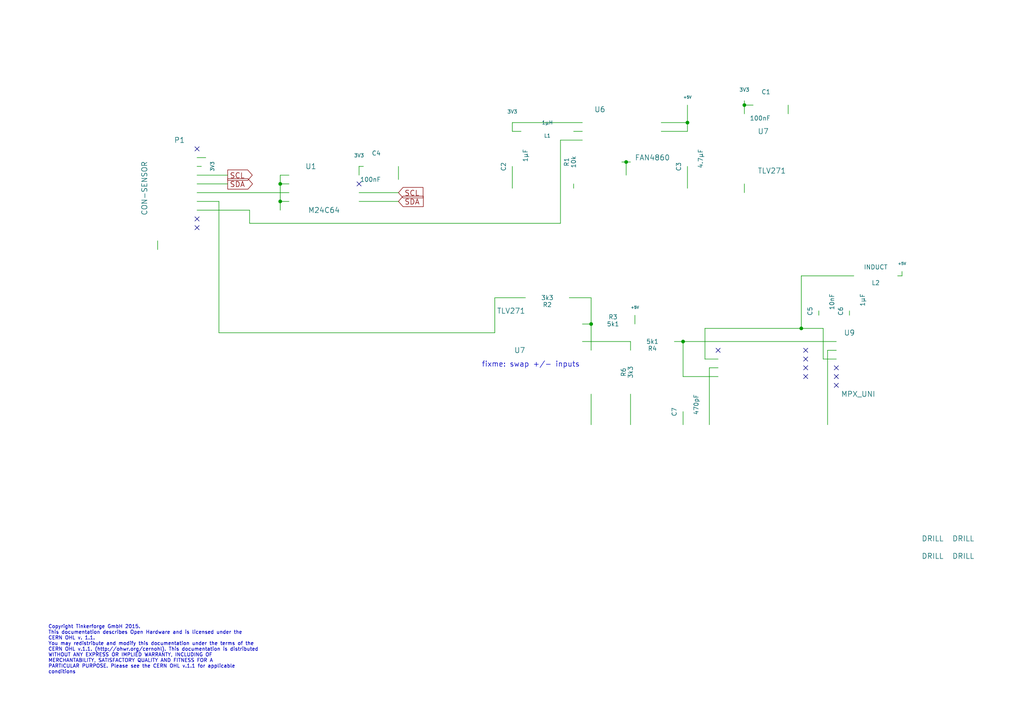
<source format=kicad_sch>
(kicad_sch (version 20230121) (generator eeschema)
  (paper "A4")
  (title_block (title "RGB LED Bricklet") (date "Mi 18 Nov 2015") (rev "1.0") (company "Tinkerforge GmbH") (comment 1 "Licensed under CERN OHL v.1.1") (comment 2 "Copyright (©) 2015, B.Nordmeyer <bastian@tinkerforge.com>"))
  (lib_symbols)
  (junction (at 215.9 30.48))
  (junction (at 181.61 46.99))
  (junction (at 198.12 99.06))
  (junction (at 171.45 93.98))
  (junction (at 199.39 35.56))
  (junction (at 81.28 53.34))
  (junction (at 232.41 95.25))
  (junction (at 81.28 58.42))
  (no_connect (at 242.57 111.76))
  (no_connect (at 233.68 106.68))
  (no_connect (at 57.15 63.5))
  (no_connect (at 57.15 43.18))
  (no_connect (at 57.15 66.04))
  (no_connect (at 233.68 104.14))
  (no_connect (at 233.68 101.6))
  (no_connect (at 242.57 106.68))
  (no_connect (at 242.57 109.22))
  (no_connect (at 233.68 109.22))
  (no_connect (at 208.28 101.6))
  (no_connect (at 104.14 53.34))
  (wire (pts (xy 81.28 50.8) (xy 81.28 53.34)))
  (wire (pts (xy 104.14 58.42) (xy 115.57 58.42)))
  (wire (pts (xy 81.28 58.42) (xy 81.28 60.96)))
  (wire (pts (xy 198.12 99.06) (xy 242.57 99.06)))
  (wire (pts (xy 104.14 50.8) (xy 104.14 48.26)))
  (wire (pts (xy 57.15 55.88) (xy 83.82 55.88)))
  (wire (pts (xy 171.45 86.36) (xy 171.45 93.98)))
  (wire (pts (xy 238.76 95.25) (xy 238.76 104.14)))
  (wire (pts (xy 180.34 46.99) (xy 181.61 46.99)))
  (wire (pts (xy 195.58 99.06) (xy 198.12 99.06)))
  (wire (pts (xy 72.39 64.77) (xy 72.39 60.96)))
  (wire (pts (xy 204.47 95.25) (xy 204.47 104.14)))
  (wire (pts (xy 72.39 60.96) (xy 57.15 60.96)))
  (wire (pts (xy 171.45 93.98) (xy 168.91 93.98)))
  (wire (pts (xy 204.47 104.14) (xy 208.28 104.14)))
  (wire (pts (xy 148.59 35.56) (xy 148.59 38.1)))
  (wire (pts (xy 181.61 46.99) (xy 181.61 50.8)))
  (wire (pts (xy 104.14 55.88) (xy 115.57 55.88)))
  (wire (pts (xy 232.41 95.25) (xy 238.76 95.25)))
  (wire (pts (xy 261.62 80.01) (xy 260.35 80.01)))
  (wire (pts (xy 104.14 48.26) (xy 105.41 48.26)))
  (wire (pts (xy 240.03 101.6) (xy 242.57 101.6)))
  (wire (pts (xy 205.74 123.19) (xy 205.74 106.68)))
  (wire (pts (xy 162.56 40.64) (xy 168.91 40.64)))
  (wire (pts (xy 199.39 35.56) (xy 199.39 30.48)))
  (wire (pts (xy 232.41 80.01) (xy 247.65 80.01)))
  (wire (pts (xy 205.74 106.68) (xy 208.28 106.68)))
  (wire (pts (xy 228.6 33.02) (xy 228.6 30.48)))
  (wire (pts (xy 198.12 123.19) (xy 198.12 119.38)))
  (wire (pts (xy 240.03 123.19) (xy 240.03 101.6)))
  (wire (pts (xy 115.57 52.07) (xy 115.57 48.26)))
  (wire (pts (xy 246.38 91.44) (xy 246.38 90.17)))
  (wire (pts (xy 237.49 91.44) (xy 237.49 90.17)))
  (wire (pts (xy 215.9 55.88) (xy 215.9 53.34)))
  (wire (pts (xy 57.15 50.8) (xy 66.04 50.8)))
  (wire (pts (xy 162.56 64.77) (xy 162.56 40.64)))
  (wire (pts (xy 143.51 86.36) (xy 143.51 96.52)))
  (wire (pts (xy 182.88 99.06) (xy 168.91 99.06)))
  (wire (pts (xy 152.4 86.36) (xy 143.51 86.36)))
  (wire (pts (xy 232.41 80.01) (xy 232.41 95.25)))
  (wire (pts (xy 57.15 48.26) (xy 58.42 48.26)))
  (wire (pts (xy 171.45 123.19) (xy 171.45 114.3)))
  (wire (pts (xy 238.76 104.14) (xy 242.57 104.14)))
  (wire (pts (xy 191.77 38.1) (xy 199.39 38.1)))
  (wire (pts (xy 81.28 53.34) (xy 83.82 53.34)))
  (wire (pts (xy 168.91 38.1) (xy 166.37 38.1)))
  (wire (pts (xy 199.39 38.1) (xy 199.39 35.56)))
  (wire (pts (xy 45.72 72.39) (xy 45.72 69.85)))
  (wire (pts (xy 215.9 29.21) (xy 215.9 30.48)))
  (wire (pts (xy 171.45 93.98) (xy 171.45 101.6)))
  (wire (pts (xy 199.39 54.61) (xy 199.39 48.26)))
  (wire (pts (xy 63.5 58.42) (xy 63.5 96.52)))
  (wire (pts (xy 198.12 109.22) (xy 208.28 109.22)))
  (wire (pts (xy 261.62 78.74) (xy 261.62 80.01)))
  (wire (pts (xy 83.82 58.42) (xy 81.28 58.42)))
  (wire (pts (xy 181.61 46.99) (xy 182.88 46.99)))
  (wire (pts (xy 166.37 54.61) (xy 166.37 53.34)))
  (wire (pts (xy 63.5 96.52) (xy 143.51 96.52)))
  (wire (pts (xy 72.39 64.77) (xy 162.56 64.77)))
  (wire (pts (xy 81.28 50.8) (xy 83.82 50.8)))
  (wire (pts (xy 191.77 35.56) (xy 199.39 35.56)))
  (wire (pts (xy 215.9 30.48) (xy 215.9 33.02)))
  (wire (pts (xy 198.12 99.06) (xy 198.12 109.22)))
  (wire (pts (xy 168.91 35.56) (xy 148.59 35.56)))
  (wire (pts (xy 182.88 123.19) (xy 182.88 114.3)))
  (wire (pts (xy 57.15 45.72) (xy 59.69 45.72)))
  (wire (pts (xy 204.47 95.25) (xy 232.41 95.25)))
  (wire (pts (xy 57.15 53.34) (xy 66.04 53.34)))
  (wire (pts (xy 182.88 99.06) (xy 182.88 101.6)))
  (wire (pts (xy 57.15 58.42) (xy 63.5 58.42)))
  (wire (pts (xy 81.28 53.34) (xy 81.28 58.42)))
  (wire (pts (xy 171.45 86.36) (xy 165.1 86.36)))
  (wire (pts (xy 148.59 38.1) (xy 151.13 38.1)))
  (wire (pts (xy 184.15 93.98) (xy 184.15 91.44)))
  (wire (pts (xy 148.59 54.61) (xy 148.59 48.26)))
  (wire (pts (xy 218.44 30.48) (xy 215.9 30.48)))
  (text "Copyright Tinkerforge GmbH 2015.\nThis documentation describes Open Hardware and is licensed under the\nCERN OHL v. 1.1.\nYou may redistribute and modify this documentation under the terms of the\nCERN OHL v.1.1. (http://ohwr.org/cernohl). This documentation is distributed\nWITHOUT ANY EXPRESS OR IMPLIED WARRANTY, INCLUDING OF\nMERCHANTABILITY, SATISFACTORY QUALITY AND FITNESS FOR A\nPARTICULAR PURPOSE. Please see the CERN OHL v.1.1 for applicable\nconditions\n" (at 13.97 195.58 0) (effects (font (size 1.016 1.016)) (justify left bottom)))
  (text "fixme: swap +/- inputs" (at 139.7 106.68 0) (effects (font (size 1.524 1.524)) (justify left bottom)))
  (global_label "SDA" (shape input) (at 115.57 58.42 0) (effects (font (size 1.524 1.524))) (property "Intersheetrefs" "${INTERSHEET_REFS}" (effects hide)))
  (global_label "SDA" (shape output) (at 66.04 53.34 0) (effects (font (size 1.524 1.524))) (property "Intersheetrefs" "${INTERSHEET_REFS}" (effects hide)))
  (global_label "SCL" (shape input) (at 115.57 55.88 0) (effects (font (size 1.524 1.524))) (property "Intersheetrefs" "${INTERSHEET_REFS}" (effects hide)))
  (global_label "SCL" (shape output) (at 66.04 50.8 0) (effects (font (size 1.524 1.524))) (property "Intersheetrefs" "${INTERSHEET_REFS}" (effects hide)))
  (symbol (lib_id "CON-SENSOR") (at 45.72 54.61 0) (mirror y) (unit 1)
    (property "Reference" "P1" (at 52.07 40.64 0) (effects (font (size 1.524 1.524))))
    (property "Value" "CON-SENSOR" (at 41.91 54.61 90) (effects (font (size 1.524 1.524))))
    (property "Footprint" "kicad-libraries:CON-SENSOR" (effects hide))
  )
  (symbol (lib_id "GND") (at 45.72 72.39 0) (unit 1)
    (property "Reference" "#PWR03" (effects hide))
    (property "Value" "GND" (effects hide))
  )
  (symbol (lib_id "CAT24C") (at 93.98 60.96 0) (unit 1)
    (property "Reference" "U1" (at 90.17 48.26 0) (effects (font (size 1.524 1.524))))
    (property "Value" "M24C64" (at 93.98 60.96 0) (effects (font (size 1.524 1.524))))
    (property "Footprint" "kicad-libraries:SOIC8" (effects hide))
  )
  (symbol (lib_id "GND") (at 81.28 60.96 0) (unit 1)
    (property "Reference" "#PWR02" (effects hide))
    (property "Value" "GND" (effects hide))
  )
  (symbol (lib_id "C") (at 110.49 48.26 90) (unit 1)
    (property "Reference" "C4" (at 110.49 44.45 90) (effects (justify left)))
    (property "Value" "100nF" (at 110.49 52.07 90) (effects (justify left)))
    (property "Footprint" "kicad-libraries:0603E" (effects hide))
  )
  (symbol (lib_id "DRILL") (at 279.4 156.21 0) (unit 1)
    (property "Reference" "U4" (effects hide))
    (property "Value" "DRILL" (at 279.4 156.21 0) (effects (font (size 1.524 1.524))))
    (property "Footprint" "kicad-libraries:DRILL_NP" (effects hide))
  )
  (symbol (lib_id "DRILL") (at 279.4 161.29 0) (unit 1)
    (property "Reference" "U5" (effects hide))
    (property "Value" "DRILL" (at 279.4 161.29 0) (effects (font (size 1.524 1.524))))
    (property "Footprint" "kicad-libraries:DRILL_NP" (effects hide))
  )
  (symbol (lib_id "DRILL") (at 270.51 161.29 0) (unit 1)
    (property "Reference" "U3" (effects hide))
    (property "Value" "DRILL" (at 270.51 161.29 0) (effects (font (size 1.524 1.524))))
    (property "Footprint" "kicad-libraries:DRILL_NP" (effects hide))
  )
  (symbol (lib_id "DRILL") (at 270.51 156.21 0) (unit 1)
    (property "Reference" "U2" (effects hide))
    (property "Value" "DRILL" (at 270.51 156.21 0) (effects (font (size 1.524 1.524))))
    (property "Footprint" "kicad-libraries:DRILL_NP" (effects hide))
  )
  (symbol (lib_id "GND") (at 115.57 52.07 0) (unit 1)
    (property "Reference" "#PWR01" (effects hide))
    (property "Value" "GND" (effects hide))
  )
  (symbol (lib_id "C") (at 148.59 43.18 180) (unit 1)
    (property "Reference" "C2" (at 146.05 46.99 90) (effects (justify left)))
    (property "Value" "1µF" (at 152.4 43.18 90) (effects (justify left)))
    (property "Footprint" "kicad-libraries:0603E" (effects hide))
  )
  (symbol (lib_id "3V3") (at 104.14 48.26 0) (unit 1)
    (property "Reference" "#PWR04" (effects hide))
    (property "Value" "3V3" (at 104.14 45.085 0) (effects (font (size 1.016 1.016))))
  )
  (symbol (lib_id "3V3") (at 58.42 48.26 270) (unit 1)
    (property "Reference" "#PWR05" (effects hide))
    (property "Value" "3V3" (at 61.595 48.26 0) (effects (font (size 1.016 1.016))))
  )
  (symbol (lib_id "MPX4115A-SOP") (at 220.98 105.41 0) (unit 1)
    (property "Reference" "U8" (at 217.17 99.06 0) (effects (font (size 1.524 1.524))))
    (property "Value" "MPX4115A-SOP" (at 220.98 111.76 0) (effects (font (size 1.524 1.524))))
    (property "Footprint" "kicad-libraries:SOP8" (effects hide))
  )
  (symbol (lib_id "MPX_UNI") (at 245.11 105.41 0) (unit 1)
    (property "Reference" "U9" (at 246.38 96.52 0) (effects (font (size 1.524 1.524))))
    (property "Value" "MPX_UNI" (at 248.92 114.3 0) (effects (font (size 1.524 1.524))))
    (property "Footprint" "kicad-libraries:MPX_UNI" (effects hide))
  )
  (symbol (lib_id "C") (at 237.49 85.09 180) (unit 1)
    (property "Reference" "C5" (at 234.95 88.9 90) (effects (justify left)))
    (property "Value" "10nF" (at 241.3 85.09 90) (effects (justify left)))
    (property "Footprint" "kicad-libraries:0603E" (effects hide))
  )
  (symbol (lib_id "C") (at 246.38 85.09 180) (unit 1)
    (property "Reference" "C6" (at 243.84 88.9 90) (effects (justify left)))
    (property "Value" "1µF" (at 250.19 85.09 90) (effects (justify left)))
    (property "Footprint" "kicad-libraries:0603E" (effects hide))
  )
  (symbol (lib_id "C") (at 198.12 114.3 180) (unit 1)
    (property "Reference" "C7" (at 195.58 118.11 90) (effects (justify left)))
    (property "Value" "470pF" (at 201.93 114.3 90) (effects (justify left)))
    (property "Footprint" "kicad-libraries:0603E" (effects hide))
  )
  (symbol (lib_id "GND") (at 198.12 123.19 0) (unit 1)
    (property "Reference" "#PWR06" (effects hide))
    (property "Value" "GND" (effects hide))
  )
  (symbol (lib_id "GND") (at 205.74 123.19 0) (unit 1)
    (property "Reference" "#PWR07" (effects hide))
    (property "Value" "GND" (effects hide))
  )
  (symbol (lib_id "GND") (at 240.03 123.19 0) (unit 1)
    (property "Reference" "#PWR08" (effects hide))
    (property "Value" "GND" (effects hide))
  )
  (symbol (lib_id "GND") (at 237.49 91.44 0) (unit 1)
    (property "Reference" "#PWR09" (effects hide))
    (property "Value" "GND" (effects hide))
  )
  (symbol (lib_id "GND") (at 246.38 91.44 0) (unit 1)
    (property "Reference" "#PWR010" (effects hide))
    (property "Value" "GND" (effects hide))
  )
  (symbol (lib_id "FAN4860") (at 180.34 38.1 0) (unit 1)
    (property "Reference" "U6" (at 173.99 31.75 0) (effects (font (size 1.524 1.524))))
    (property "Value" "FAN4860" (at 189.23 45.72 0) (effects (font (size 1.524 1.524))))
    (property "Footprint" "kicad-libraries:UMLP_22" (effects hide))
  )
  (symbol (lib_id "+5V") (at 199.39 30.48 0) (unit 1)
    (property "Reference" "#PWR011" (effects hide))
    (property "Value" "+5V" (at 199.39 28.194 0) (effects (font (size 0.762 0.762))))
  )
  (symbol (lib_id "+5V") (at 261.62 78.74 0) (unit 1)
    (property "Reference" "#PWR012" (effects hide))
    (property "Value" "+5V" (at 261.62 76.454 0) (effects (font (size 0.762 0.762))))
  )
  (symbol (lib_id "R") (at 189.23 99.06 270) (unit 1)
    (property "Reference" "R4" (at 189.23 101.092 90))
    (property "Value" "5k1" (at 189.23 99.06 90))
    (property "Footprint" "kicad-libraries:0603E" (effects hide))
  )
  (symbol (lib_id "R") (at 182.88 107.95 180) (unit 1)
    (property "Reference" "R6" (at 180.848 107.95 90))
    (property "Value" "3k3" (at 182.88 107.95 90))
    (property "Footprint" "kicad-libraries:0603E" (effects hide))
  )
  (symbol (lib_id "GND") (at 182.88 123.19 0) (unit 1)
    (property "Reference" "#PWR013" (effects hide))
    (property "Value" "GND" (effects hide))
  )
  (symbol (lib_id "R") (at 177.8 93.98 90) (unit 1)
    (property "Reference" "R3" (at 177.8 91.948 90))
    (property "Value" "5k1" (at 177.8 93.98 90))
    (property "Footprint" "kicad-libraries:0603E" (effects hide))
  )
  (symbol (lib_id "+5V") (at 184.15 91.44 0) (unit 1)
    (property "Reference" "#PWR014" (effects hide))
    (property "Value" "+5V" (at 184.15 89.154 0) (effects (font (size 0.762 0.762))))
  )
  (symbol (lib_id "R") (at 171.45 107.95 0) (unit 1)
    (property "Reference" "R5" (at 173.482 107.95 90))
    (property "Value" "DNP" (at 171.45 107.95 90))
    (property "Footprint" "kicad-libraries:0603E" (effects hide))
  )
  (symbol (lib_id "GND") (at 171.45 123.19 0) (unit 1)
    (property "Reference" "#PWR015" (effects hide))
    (property "Value" "GND" (effects hide))
  )
  (symbol (lib_id "R") (at 158.75 86.36 270) (unit 1)
    (property "Reference" "R2" (at 158.75 88.392 90))
    (property "Value" "3k3" (at 158.75 86.36 90))
    (property "Footprint" "kicad-libraries:0603E" (effects hide))
  )
  (symbol (lib_id "C") (at 223.52 30.48 90) (unit 1)
    (property "Reference" "C1" (at 223.52 26.67 90) (effects (justify left)))
    (property "Value" "100nF" (at 223.52 34.29 90) (effects (justify left)))
    (property "Footprint" "kicad-libraries:0603E" (effects hide))
  )
  (symbol (lib_id "GND") (at 215.9 55.88 0) (unit 1)
    (property "Reference" "#PWR016" (effects hide))
    (property "Value" "GND" (effects hide))
  )
  (symbol (lib_id "GND") (at 228.6 33.02 0) (unit 1)
    (property "Reference" "#PWR017" (effects hide))
    (property "Value" "GND" (effects hide))
  )
  (symbol (lib_id "GND") (at 181.61 50.8 0) (unit 1)
    (property "Reference" "#PWR018" (effects hide))
    (property "Value" "GND" (effects hide))
  )
  (symbol (lib_id "INDUCTOR") (at 158.75 38.1 90) (unit 1)
    (property "Reference" "L1" (at 158.75 39.37 90) (effects (font (size 1.016 1.016))))
    (property "Value" "1µH" (at 158.75 35.56 90) (effects (font (size 1.016 1.016))))
    (property "Footprint" "kicad-libraries:0805E" (effects hide))
  )
  (symbol (lib_id "R") (at 166.37 46.99 180) (unit 1)
    (property "Reference" "R1" (at 164.338 46.99 90))
    (property "Value" "10k" (at 166.37 46.99 90))
    (property "Footprint" "kicad-libraries:0603E" (effects hide))
  )
  (symbol (lib_id "GND") (at 166.37 54.61 0) (unit 1)
    (property "Reference" "#PWR019" (effects hide))
    (property "Value" "GND" (effects hide))
  )
  (symbol (lib_id "GND") (at 148.59 54.61 0) (unit 1)
    (property "Reference" "#PWR020" (effects hide))
    (property "Value" "GND" (effects hide))
  )
  (symbol (lib_id "GND") (at 59.69 45.72 90) (unit 1)
    (property "Reference" "#PWR021" (effects hide))
    (property "Value" "GND" (effects hide))
  )
  (symbol (lib_id "3V3") (at 148.59 35.56 0) (unit 1)
    (property "Reference" "#PWR022" (effects hide))
    (property "Value" "3V3" (at 148.59 32.385 0) (effects (font (size 1.016 1.016))))
  )
  (symbol (lib_id "C") (at 199.39 43.18 180) (unit 1)
    (property "Reference" "C3" (at 196.85 46.99 90) (effects (justify left)))
    (property "Value" "4.7µF" (at 203.2 43.18 90) (effects (justify left)))
    (property "Footprint" "kicad-libraries:0805E" (effects hide))
  )
  (symbol (lib_id "GND") (at 199.39 54.61 0) (unit 1)
    (property "Reference" "#PWR023" (effects hide))
    (property "Value" "GND" (effects hide))
  )
  (symbol (lib_id "TLV271") (at 156.21 96.52 180) (unit 1)
    (property "Reference" "U7" (at 152.4 101.6 0) (effects (font (size 1.524 1.524)) (justify left)))
    (property "Value" "TLV271" (at 152.4 90.17 0) (effects (font (size 1.524 1.524)) (justify left)))
    (property "Footprint" "kicad-libraries:SOT23-5" (effects hide))
  )
  (symbol (lib_id "TLV271") (at 215.9 43.18 0) (unit 2)
    (property "Reference" "U7" (at 219.71 38.1 0) (effects (font (size 1.524 1.524)) (justify left)))
    (property "Value" "TLV271" (at 219.71 49.53 0) (effects (font (size 1.524 1.524)) (justify left)))
    (property "Footprint" "kicad-libraries:SOT23-5" (effects hide))
  )
  (symbol (lib_id "3V3") (at 215.9 29.21 0) (unit 1)
    (property "Reference" "#PWR024" (effects hide))
    (property "Value" "3V3" (at 215.9 26.035 0) (effects (font (size 1.016 1.016))))
  )
  (symbol (lib_id "INDUCT") (at 254 80.01 270) (unit 1)
    (property "Reference" "L2" (at 254 82.042 90))
    (property "Value" "INDUCT" (at 254 77.47 90))
    (property "Footprint" "kicad-libraries:0603E" (effects hide))
  )
)
</source>
